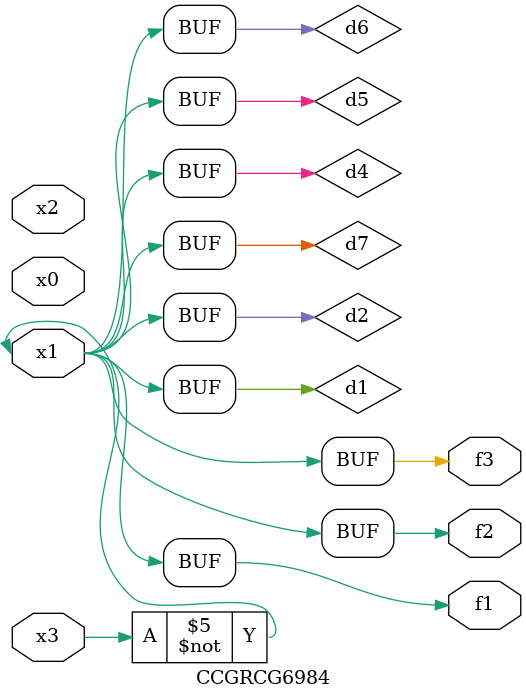
<source format=v>
module CCGRCG6984(
	input x0, x1, x2, x3,
	output f1, f2, f3
);

	wire d1, d2, d3, d4, d5, d6, d7;

	not (d1, x3);
	buf (d2, x1);
	xnor (d3, d1, d2);
	nor (d4, d1);
	buf (d5, d1, d2);
	buf (d6, d4, d5);
	nand (d7, d4);
	assign f1 = d6;
	assign f2 = d7;
	assign f3 = d6;
endmodule

</source>
